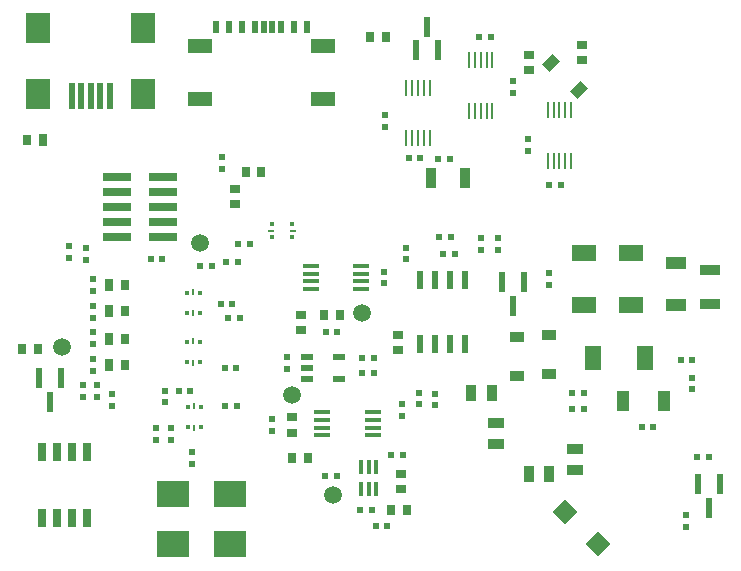
<source format=gbp>
G04 Layer_Color=128*
%FSTAX24Y24*%
%MOIN*%
G70*
G01*
G75*
%ADD10R,0.0354X0.0315*%
%ADD11R,0.0236X0.0197*%
%ADD13R,0.0110X0.0551*%
%ADD14R,0.0551X0.0335*%
%ADD17R,0.0197X0.0236*%
%ADD20R,0.0492X0.0374*%
%ADD21C,0.0591*%
%ADD24R,0.0236X0.0709*%
%ADD28R,0.0354X0.0709*%
%ADD29R,0.0709X0.0354*%
%ADD32R,0.0394X0.0669*%
%ADD33R,0.0315X0.0354*%
G04:AMPARAMS|DCode=71|XSize=37.4mil|YSize=49.2mil|CornerRadius=0mil|HoleSize=0mil|Usage=FLASHONLY|Rotation=135.000|XOffset=0mil|YOffset=0mil|HoleType=Round|Shape=Rectangle|*
%AMROTATEDRECTD71*
4,1,4,0.0306,0.0042,-0.0042,-0.0306,-0.0306,-0.0042,0.0042,0.0306,0.0306,0.0042,0.0*
%
%ADD71ROTATEDRECTD71*%

%ADD72R,0.0787X0.0472*%
%ADD73R,0.0197X0.0394*%
%ADD74R,0.0532X0.0157*%
%ADD75R,0.0236X0.0610*%
%ADD76R,0.0669X0.0394*%
%ADD77P,0.0835X4X360.0*%
%ADD78R,0.0551X0.0827*%
%ADD79R,0.0827X0.0551*%
%ADD80R,0.0335X0.0551*%
%ADD81R,0.1102X0.0866*%
%ADD82R,0.0315X0.0433*%
%ADD85R,0.0413X0.0236*%
%ADD86R,0.0299X0.0630*%
%ADD87R,0.0945X0.0299*%
%ADD88R,0.0138X0.0453*%
%ADD89R,0.0197X0.0906*%
%ADD90R,0.0787X0.0984*%
%ADD100R,0.0177X0.0128*%
%ADD101R,0.0236X0.0098*%
%ADD172R,0.0128X0.0177*%
%ADD173R,0.0098X0.0236*%
D10*
X029537Y023937D02*
D03*
Y024449D02*
D03*
X027776Y023612D02*
D03*
Y024124D02*
D03*
X023396Y014783D02*
D03*
Y014272D02*
D03*
X017982Y019656D02*
D03*
Y019144D02*
D03*
X023494Y010157D02*
D03*
Y009646D02*
D03*
X020157Y015453D02*
D03*
Y014941D02*
D03*
X019882Y011516D02*
D03*
Y012028D02*
D03*
D11*
X027726Y021319D02*
D03*
Y020925D02*
D03*
X022972Y022096D02*
D03*
Y021703D02*
D03*
X027234Y022854D02*
D03*
Y023248D02*
D03*
X028455Y016457D02*
D03*
Y01685D02*
D03*
X033209Y012963D02*
D03*
Y013356D02*
D03*
X026732Y017598D02*
D03*
Y017992D02*
D03*
X023661Y017293D02*
D03*
Y017687D02*
D03*
X033022Y00878D02*
D03*
Y008386D02*
D03*
X019213Y011968D02*
D03*
Y011575D02*
D03*
X023553Y01247D02*
D03*
Y012077D02*
D03*
X017539Y020315D02*
D03*
Y020709D02*
D03*
X022953Y01689D02*
D03*
Y016496D02*
D03*
X026181Y017598D02*
D03*
Y017992D02*
D03*
X01564Y012925D02*
D03*
Y012531D02*
D03*
X015827Y011685D02*
D03*
Y011291D02*
D03*
X015354Y011291D02*
D03*
Y011685D02*
D03*
X012913Y013102D02*
D03*
Y012709D02*
D03*
X013386Y013102D02*
D03*
Y012709D02*
D03*
X016545Y010482D02*
D03*
X016545Y010876D02*
D03*
X013228Y016644D02*
D03*
Y01625D02*
D03*
X013238Y015335D02*
D03*
Y015728D02*
D03*
X024626Y012431D02*
D03*
Y012825D02*
D03*
X024104Y012461D02*
D03*
Y012854D02*
D03*
X013238Y013967D02*
D03*
Y013573D02*
D03*
Y014488D02*
D03*
Y014882D02*
D03*
X013868Y012815D02*
D03*
Y012421D02*
D03*
X019715Y013652D02*
D03*
Y014045D02*
D03*
X012441Y017352D02*
D03*
Y017746D02*
D03*
X013012Y017283D02*
D03*
Y017677D02*
D03*
D13*
X023671Y021333D02*
D03*
X023868Y021333D02*
D03*
X024065D02*
D03*
X024262D02*
D03*
X024459Y021333D02*
D03*
Y023018D02*
D03*
X024262Y023018D02*
D03*
X024065D02*
D03*
X023868D02*
D03*
X023671Y023018D02*
D03*
X028396Y020585D02*
D03*
X028593Y020585D02*
D03*
X028789D02*
D03*
X028986D02*
D03*
X029183Y020585D02*
D03*
Y02227D02*
D03*
X028986Y02227D02*
D03*
X028789D02*
D03*
X028593D02*
D03*
X028396Y02227D02*
D03*
X026555Y023933D02*
D03*
X026358Y023933D02*
D03*
X026161D02*
D03*
X025965D02*
D03*
X025768Y023933D02*
D03*
X025768Y022248D02*
D03*
X025965Y022248D02*
D03*
X026161D02*
D03*
X026358D02*
D03*
X026555D02*
D03*
D14*
X026683Y011142D02*
D03*
Y011831D02*
D03*
X029291Y010285D02*
D03*
Y010974D02*
D03*
D17*
X028455Y019774D02*
D03*
X028848D02*
D03*
X01749Y015817D02*
D03*
X017884D02*
D03*
X017756Y015344D02*
D03*
X01815D02*
D03*
X017667Y017215D02*
D03*
X018061D02*
D03*
X018071Y017805D02*
D03*
X018465D02*
D03*
X02376Y020669D02*
D03*
X024154D02*
D03*
X026496Y024724D02*
D03*
X026102D02*
D03*
X032825Y013937D02*
D03*
X033219D02*
D03*
X024921Y01748D02*
D03*
X025315D02*
D03*
X03378Y010709D02*
D03*
X033386D02*
D03*
X024764Y018032D02*
D03*
X025157D02*
D03*
X016811Y017087D02*
D03*
X017205D02*
D03*
X021388Y014872D02*
D03*
X020994D02*
D03*
X029616Y012835D02*
D03*
X029222Y012835D02*
D03*
X029616Y012313D02*
D03*
X029222D02*
D03*
X016486Y012894D02*
D03*
X016093D02*
D03*
X018032Y012421D02*
D03*
X017638D02*
D03*
X031526Y011693D02*
D03*
X031919D02*
D03*
X022598Y014016D02*
D03*
X022205D02*
D03*
X022598Y013494D02*
D03*
X022205D02*
D03*
X015551Y017323D02*
D03*
X015157D02*
D03*
X017628Y013661D02*
D03*
X018022D02*
D03*
X023051Y008415D02*
D03*
X022657D02*
D03*
X023573Y010778D02*
D03*
X023179D02*
D03*
X025138Y02064D02*
D03*
X024744D02*
D03*
X02253Y008947D02*
D03*
X022136D02*
D03*
X020965Y010059D02*
D03*
X021358D02*
D03*
D20*
X028425Y014783D02*
D03*
Y013484D02*
D03*
X027362Y014724D02*
D03*
X027362Y013425D02*
D03*
D21*
X022215Y015512D02*
D03*
X019872Y012785D02*
D03*
X012205Y01438D02*
D03*
X016811Y017844D02*
D03*
X02124Y009439D02*
D03*
D24*
X024753Y024264D02*
D03*
X024004D02*
D03*
X024378Y025052D02*
D03*
X026871Y016533D02*
D03*
X02762D02*
D03*
X027246Y015746D02*
D03*
X033407Y009801D02*
D03*
X034155Y009801D02*
D03*
X033781Y009013D02*
D03*
X011812Y012549D02*
D03*
X012186Y013336D02*
D03*
X011438D02*
D03*
D28*
X02565Y02D02*
D03*
X024508D02*
D03*
D29*
X033809Y015807D02*
D03*
Y016949D02*
D03*
D32*
X032274Y012579D02*
D03*
X030896D02*
D03*
D33*
X02248Y024715D02*
D03*
X022992D02*
D03*
X018839Y020197D02*
D03*
X018327D02*
D03*
X011053Y02127D02*
D03*
X011398Y014301D02*
D03*
X010886D02*
D03*
X014301Y016427D02*
D03*
X014301Y015561D02*
D03*
Y01377D02*
D03*
Y014656D02*
D03*
X023179Y008947D02*
D03*
X023691D02*
D03*
X020945Y015453D02*
D03*
X021457D02*
D03*
X020394Y010689D02*
D03*
X019882D02*
D03*
D71*
X028507Y023855D02*
D03*
X029426Y022936D02*
D03*
D72*
X016801Y024406D02*
D03*
Y022654D02*
D03*
X020915D02*
D03*
Y024406D02*
D03*
D73*
X018937Y025039D02*
D03*
X017343D02*
D03*
X017776D02*
D03*
X018209D02*
D03*
X018642D02*
D03*
X019213D02*
D03*
X019508D02*
D03*
X019941D02*
D03*
X020374D02*
D03*
D74*
X022579Y012195D02*
D03*
Y011939D02*
D03*
Y011683D02*
D03*
Y011427D02*
D03*
X020886D02*
D03*
Y011683D02*
D03*
Y011939D02*
D03*
Y012195D02*
D03*
X022185Y017077D02*
D03*
Y016821D02*
D03*
Y016565D02*
D03*
Y016309D02*
D03*
X020492D02*
D03*
Y016565D02*
D03*
Y016821D02*
D03*
Y017077D02*
D03*
D75*
X024132Y016614D02*
D03*
X024632D02*
D03*
X025132D02*
D03*
X025632D02*
D03*
Y014488D02*
D03*
X025132D02*
D03*
X024632D02*
D03*
X024132D02*
D03*
D76*
X032677Y015787D02*
D03*
X032677Y017165D02*
D03*
D77*
X03007Y007804D02*
D03*
X028985Y008889D02*
D03*
D78*
X031624Y014016D02*
D03*
X029892D02*
D03*
D79*
X031181Y01752D02*
D03*
Y015787D02*
D03*
X029606Y01752D02*
D03*
X029606Y015787D02*
D03*
D80*
X025837Y012835D02*
D03*
X026526D02*
D03*
X028455Y010157D02*
D03*
X027766D02*
D03*
D81*
X015906Y007795D02*
D03*
X017795D02*
D03*
X015906Y009459D02*
D03*
X017795D02*
D03*
D82*
X011565Y02127D02*
D03*
X013789Y016427D02*
D03*
Y015561D02*
D03*
Y01377D02*
D03*
Y014656D02*
D03*
D85*
X021427Y013297D02*
D03*
Y014045D02*
D03*
X020364D02*
D03*
X020364Y013671D02*
D03*
X020364Y013297D02*
D03*
D86*
X013041Y008667D02*
D03*
X012541Y008667D02*
D03*
X012041D02*
D03*
X011541Y008667D02*
D03*
X011541Y010876D02*
D03*
X012041D02*
D03*
X012541D02*
D03*
X013041D02*
D03*
D87*
X015571Y020035D02*
D03*
X014035D02*
D03*
X015571Y019535D02*
D03*
X014035D02*
D03*
X015571Y019035D02*
D03*
X014035D02*
D03*
X015571Y018535D02*
D03*
X014035D02*
D03*
X015571Y018035D02*
D03*
X014035D02*
D03*
D88*
X022688Y010384D02*
D03*
X022432D02*
D03*
X022176D02*
D03*
Y009636D02*
D03*
X022432D02*
D03*
X022688D02*
D03*
D89*
X013799Y022756D02*
D03*
X013484D02*
D03*
X013169D02*
D03*
X012854D02*
D03*
X012539D02*
D03*
D90*
X014921Y022795D02*
D03*
X011417D02*
D03*
X014921Y025D02*
D03*
X011417D02*
D03*
D100*
X019203Y018046D02*
D03*
Y01847D02*
D03*
X019872D02*
D03*
Y018046D02*
D03*
D101*
X019173Y018258D02*
D03*
X019902D02*
D03*
D172*
X016402Y011705D02*
D03*
X016826D02*
D03*
Y012374D02*
D03*
X016402D02*
D03*
X016796Y016191D02*
D03*
X016373D02*
D03*
Y015522D02*
D03*
X016796D02*
D03*
Y013868D02*
D03*
X016373D02*
D03*
Y014537D02*
D03*
X016796D02*
D03*
D173*
X016614Y011675D02*
D03*
X016614Y012404D02*
D03*
X016585Y01622D02*
D03*
Y015492D02*
D03*
Y013839D02*
D03*
Y014567D02*
D03*
M02*

</source>
